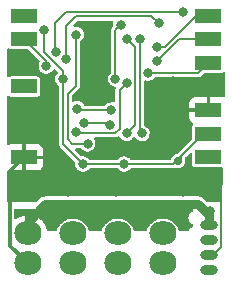
<source format=gtl>
G04 #@! TF.GenerationSoftware,KiCad,Pcbnew,(6.0.7)*
G04 #@! TF.CreationDate,2022-08-30T17:39:21-06:00*
G04 #@! TF.ProjectId,malenki-1616-3A,6d616c65-6e6b-4692-9d31-3631362d3341,rev?*
G04 #@! TF.SameCoordinates,Original*
G04 #@! TF.FileFunction,Copper,L1,Top*
G04 #@! TF.FilePolarity,Positive*
%FSLAX46Y46*%
G04 Gerber Fmt 4.6, Leading zero omitted, Abs format (unit mm)*
G04 Created by KiCad (PCBNEW (6.0.7)) date 2022-08-30 17:39:21*
%MOMM*%
%LPD*%
G01*
G04 APERTURE LIST*
G04 #@! TA.AperFunction,ComponentPad*
%ADD10O,2.300000X2.000000*%
G04 #@! TD*
G04 #@! TA.AperFunction,SMDPad,CuDef*
%ADD11R,2.200000X1.200000*%
G04 #@! TD*
G04 #@! TA.AperFunction,SMDPad,CuDef*
%ADD12O,1.500000X0.800000*%
G04 #@! TD*
G04 #@! TA.AperFunction,ViaPad*
%ADD13C,0.800000*%
G04 #@! TD*
G04 #@! TA.AperFunction,ViaPad*
%ADD14C,0.700000*%
G04 #@! TD*
G04 #@! TA.AperFunction,Conductor*
%ADD15C,0.200000*%
G04 #@! TD*
G04 #@! TA.AperFunction,Conductor*
%ADD16C,0.300000*%
G04 #@! TD*
G04 #@! TA.AperFunction,Conductor*
%ADD17C,0.800000*%
G04 #@! TD*
G04 APERTURE END LIST*
D10*
X138430000Y-81280000D03*
X138430000Y-83820000D03*
X142240000Y-81280000D03*
X142240000Y-83820000D03*
X146050000Y-81280000D03*
X146050000Y-83820000D03*
X149860000Y-81280000D03*
X149860000Y-83820000D03*
D11*
X138123000Y-62834000D03*
X138123000Y-64834000D03*
X138123000Y-68834000D03*
X138123000Y-74834000D03*
X153723000Y-74834000D03*
X153723000Y-72834000D03*
X153723000Y-70834000D03*
X153723000Y-66834000D03*
X153723000Y-64834000D03*
X153723000Y-62834000D03*
D12*
X153750000Y-80595000D03*
X153750000Y-81865000D03*
X153750000Y-83135000D03*
X153750000Y-84405000D03*
D13*
X141795500Y-77787500D03*
X151550000Y-77800000D03*
X145923000Y-77787500D03*
X149850000Y-78850000D03*
X144272000Y-66328000D03*
X145389623Y-69806611D03*
X153150000Y-76400000D03*
X138621500Y-67200000D03*
X150700000Y-68400000D03*
X153800000Y-68800000D03*
X148858595Y-71505493D03*
X142900000Y-78900000D03*
X144150000Y-78900000D03*
X153900000Y-79350000D03*
X147112500Y-78987500D03*
X148400000Y-79000000D03*
X146300000Y-63599500D03*
X145852666Y-68184239D03*
X140814858Y-65914358D03*
X151600000Y-62500000D03*
X149500000Y-63500000D03*
X141701885Y-66536576D03*
X148600000Y-67700000D03*
X139998106Y-67101894D03*
X149400000Y-66700000D03*
X149400000Y-65500000D03*
X148100000Y-72800000D03*
X147900000Y-64800000D03*
X146800000Y-72799500D03*
X146800000Y-64800000D03*
X143500000Y-73700000D03*
X142550949Y-64435863D03*
X146800980Y-68500000D03*
X142538263Y-72672494D03*
X143100000Y-75400000D03*
X141400000Y-68200000D03*
X139805319Y-64091500D03*
X146600000Y-75400000D03*
D14*
X151150000Y-75150000D03*
D13*
X145371500Y-72100000D03*
X143172500Y-71900000D03*
X145500000Y-70800000D03*
X142600000Y-70700000D03*
D15*
X154800000Y-82435000D02*
X154800000Y-78050000D01*
X154100000Y-83135000D02*
X154800000Y-82435000D01*
X154800000Y-78050000D02*
X153150000Y-76400000D01*
X153750000Y-83135000D02*
X154100000Y-83135000D01*
X151400000Y-74900000D02*
X151300000Y-74800000D01*
X151400000Y-75150000D02*
X151400000Y-74900000D01*
X151300000Y-74800000D02*
X153266000Y-72834000D01*
X150700000Y-75400000D02*
X151300000Y-74800000D01*
D16*
X138430000Y-83820000D02*
X136930480Y-82320480D01*
X136930480Y-82320480D02*
X136930480Y-76026520D01*
X136930480Y-76026520D02*
X138123000Y-74834000D01*
D17*
X138430000Y-80270000D02*
X139900000Y-78800000D01*
X138430000Y-81280000D02*
X138430000Y-80270000D01*
X144400000Y-78800000D02*
X152855000Y-78800000D01*
X143100000Y-78800000D02*
X144400000Y-78800000D01*
X139900000Y-78800000D02*
X143100000Y-78800000D01*
X152855000Y-78800000D02*
X153750000Y-79695000D01*
X153750000Y-79695000D02*
X153750000Y-80595000D01*
D15*
X146300000Y-63599500D02*
X145852666Y-64046834D01*
X145852666Y-64046834D02*
X145852666Y-68184239D01*
X140700489Y-63499511D02*
X141700000Y-62500000D01*
X141700000Y-62500000D02*
X151600000Y-62500000D01*
X140700489Y-65799989D02*
X140700489Y-63499511D01*
X140814858Y-65914358D02*
X140700489Y-65799989D01*
X149500000Y-63500000D02*
X148900000Y-62900000D01*
X141701885Y-63698115D02*
X141701885Y-66536576D01*
X142500000Y-62900000D02*
X141701885Y-63698115D01*
X148900000Y-62900000D02*
X142500000Y-62900000D01*
X148600000Y-67700000D02*
X152857000Y-67700000D01*
X152857000Y-67700000D02*
X153723000Y-66834000D01*
X139998106Y-66709106D02*
X138123000Y-64834000D01*
X139998106Y-67101894D02*
X139998106Y-66709106D01*
X151266000Y-64834000D02*
X149400000Y-66700000D01*
X153723000Y-64834000D02*
X151266000Y-64834000D01*
X152700994Y-62834000D02*
X150034994Y-65500000D01*
X150034994Y-65500000D02*
X149400000Y-65500000D01*
X153723000Y-62834000D02*
X152700994Y-62834000D01*
X147900000Y-64800000D02*
X147900000Y-72600000D01*
X147900000Y-72600000D02*
X148100000Y-72800000D01*
X147500480Y-65500480D02*
X146800000Y-64800000D01*
X146800000Y-72799500D02*
X147500480Y-72099020D01*
X147500480Y-72099020D02*
X147500480Y-65500480D01*
X142200000Y-73700000D02*
X141799520Y-73299520D01*
X141799520Y-73299520D02*
X141799520Y-69489239D01*
X142500000Y-64486812D02*
X142550949Y-64435863D01*
X141799520Y-69489239D02*
X142500000Y-68788759D01*
X143500000Y-73700000D02*
X142200000Y-73700000D01*
X142500000Y-68788759D02*
X142500000Y-64486812D01*
X146800980Y-68500000D02*
X146199511Y-69101469D01*
X146199511Y-69101469D02*
X146199511Y-72410730D01*
X146199511Y-72410730D02*
X145810241Y-72800000D01*
X142665769Y-72800000D02*
X142538263Y-72672494D01*
X145810241Y-72800000D02*
X142665769Y-72800000D01*
X146600000Y-75400000D02*
X150700000Y-75400000D01*
X141400000Y-67514544D02*
X141400000Y-68200000D01*
X143100000Y-75400000D02*
X146600000Y-75400000D01*
X141400000Y-73700000D02*
X143100000Y-75400000D01*
X141400000Y-68200000D02*
X141400000Y-73700000D01*
X139805319Y-65919863D02*
X141400000Y-67514544D01*
X139805319Y-64091500D02*
X139805319Y-65919863D01*
X153266000Y-72834000D02*
X153723000Y-72834000D01*
X145371500Y-72100000D02*
X145171500Y-71900000D01*
X145171500Y-71900000D02*
X143172500Y-71900000D01*
X142600000Y-70700000D02*
X142700000Y-70800000D01*
X142700000Y-70800000D02*
X145500000Y-70800000D01*
G04 #@! TA.AperFunction,Conductor*
G36*
X136844003Y-65615674D02*
G01*
X136914939Y-65663071D01*
X136914944Y-65663073D01*
X136925260Y-65669966D01*
X136998326Y-65684500D01*
X138425628Y-65684500D01*
X138493749Y-65704502D01*
X138514723Y-65721405D01*
X139413796Y-66620478D01*
X139447822Y-66682790D01*
X139442757Y-66753605D01*
X139427789Y-66782021D01*
X139424981Y-66786017D01*
X139424978Y-66786023D01*
X139420607Y-66792242D01*
X139363415Y-66938933D01*
X139362424Y-66946462D01*
X139344077Y-67085820D01*
X139342864Y-67095032D01*
X139360141Y-67251527D01*
X139414249Y-67399384D01*
X139418486Y-67405690D01*
X139418488Y-67405693D01*
X139430618Y-67423744D01*
X139502064Y-67530066D01*
X139544575Y-67568748D01*
X139599071Y-67618335D01*
X139618516Y-67636029D01*
X139643306Y-67649489D01*
X139750205Y-67707531D01*
X139750207Y-67707532D01*
X139756882Y-67711156D01*
X139764231Y-67713084D01*
X139901825Y-67749181D01*
X139901827Y-67749181D01*
X139909175Y-67751109D01*
X139992486Y-67752418D01*
X140059004Y-67753463D01*
X140059007Y-67753463D01*
X140066601Y-67753582D01*
X140220074Y-67718432D01*
X140360731Y-67647689D01*
X140413554Y-67602574D01*
X140474680Y-67550368D01*
X140474682Y-67550365D01*
X140480454Y-67545436D01*
X140498053Y-67520944D01*
X140567899Y-67423744D01*
X140567900Y-67423741D01*
X140572330Y-67417577D01*
X140574621Y-67411879D01*
X140624523Y-67362256D01*
X140693939Y-67347360D01*
X140760389Y-67372357D01*
X140773692Y-67383918D01*
X140944916Y-67555142D01*
X140978942Y-67617454D01*
X140973877Y-67688269D01*
X140938652Y-67739185D01*
X140913034Y-67761533D01*
X140908667Y-67767747D01*
X140826929Y-67884048D01*
X140822501Y-67890348D01*
X140765309Y-68037039D01*
X140763463Y-68051063D01*
X140753605Y-68125942D01*
X140744758Y-68193138D01*
X140762035Y-68349633D01*
X140816143Y-68497490D01*
X140903958Y-68628172D01*
X140909573Y-68633281D01*
X140909578Y-68633287D01*
X141008300Y-68723117D01*
X141045222Y-68783757D01*
X141049500Y-68816310D01*
X141049500Y-73649176D01*
X141047467Y-73668275D01*
X141047240Y-73673083D01*
X141045049Y-73683261D01*
X141046273Y-73693600D01*
X141048627Y-73713491D01*
X141048937Y-73718746D01*
X141049072Y-73718735D01*
X141049500Y-73723914D01*
X141049500Y-73729115D01*
X141050354Y-73734243D01*
X141050354Y-73734249D01*
X141052389Y-73746473D01*
X141053226Y-73752349D01*
X141055906Y-73774988D01*
X141058764Y-73799138D01*
X141062423Y-73806758D01*
X141063812Y-73815103D01*
X141068757Y-73824267D01*
X141086192Y-73856580D01*
X141088884Y-73861865D01*
X141109274Y-73904326D01*
X141112592Y-73908274D01*
X141114525Y-73910207D01*
X141115990Y-73911804D01*
X141116254Y-73912294D01*
X141116234Y-73912313D01*
X141116313Y-73912402D01*
X141119222Y-73917794D01*
X141126870Y-73924864D01*
X141126871Y-73924865D01*
X141155636Y-73951455D01*
X141159202Y-73954884D01*
X142418585Y-75214267D01*
X142452611Y-75276579D01*
X142454412Y-75319807D01*
X142444758Y-75393138D01*
X142462035Y-75549633D01*
X142516143Y-75697490D01*
X142520380Y-75703796D01*
X142520382Y-75703799D01*
X142557695Y-75759326D01*
X142603958Y-75828172D01*
X142720410Y-75934135D01*
X142741885Y-75945795D01*
X142852099Y-76005637D01*
X142852101Y-76005638D01*
X142858776Y-76009262D01*
X142866125Y-76011190D01*
X143003719Y-76047287D01*
X143003721Y-76047287D01*
X143011069Y-76049215D01*
X143094380Y-76050524D01*
X143160898Y-76051569D01*
X143160901Y-76051569D01*
X143168495Y-76051688D01*
X143321968Y-76016538D01*
X143462625Y-75945795D01*
X143488869Y-75923381D01*
X143576574Y-75848474D01*
X143576576Y-75848471D01*
X143582348Y-75843542D01*
X143611499Y-75802974D01*
X143667494Y-75759326D01*
X143713822Y-75750500D01*
X145984628Y-75750500D01*
X146052749Y-75770502D01*
X146089208Y-75806222D01*
X146103958Y-75828172D01*
X146220410Y-75934135D01*
X146241885Y-75945795D01*
X146352099Y-76005637D01*
X146352101Y-76005638D01*
X146358776Y-76009262D01*
X146366125Y-76011190D01*
X146503719Y-76047287D01*
X146503721Y-76047287D01*
X146511069Y-76049215D01*
X146594380Y-76050524D01*
X146660898Y-76051569D01*
X146660901Y-76051569D01*
X146668495Y-76051688D01*
X146821968Y-76016538D01*
X146962625Y-75945795D01*
X146988869Y-75923381D01*
X147076574Y-75848474D01*
X147076576Y-75848471D01*
X147082348Y-75843542D01*
X147111499Y-75802974D01*
X147167494Y-75759326D01*
X147213822Y-75750500D01*
X150649176Y-75750500D01*
X150668275Y-75752533D01*
X150673083Y-75752760D01*
X150683261Y-75754951D01*
X150713491Y-75751373D01*
X150718746Y-75751063D01*
X150718735Y-75750928D01*
X150723914Y-75750500D01*
X150729115Y-75750500D01*
X150734243Y-75749646D01*
X150734249Y-75749646D01*
X150746473Y-75747611D01*
X150752349Y-75746774D01*
X150788799Y-75742460D01*
X150788801Y-75742460D01*
X150799138Y-75741236D01*
X150806758Y-75737577D01*
X150815103Y-75736188D01*
X150840951Y-75722241D01*
X150910399Y-75707496D01*
X150949002Y-75716721D01*
X150985605Y-75731883D01*
X150985610Y-75731884D01*
X150993238Y-75735044D01*
X151001426Y-75736122D01*
X151031642Y-75740100D01*
X151150000Y-75755682D01*
X151158188Y-75754604D01*
X151298574Y-75736122D01*
X151306762Y-75735044D01*
X151452841Y-75674536D01*
X151578282Y-75578282D01*
X151674536Y-75452841D01*
X151735044Y-75306762D01*
X151744768Y-75232897D01*
X151746511Y-75222833D01*
X151747428Y-75218576D01*
X151750055Y-75211094D01*
X151750500Y-75205956D01*
X151750500Y-75197619D01*
X151751578Y-75181173D01*
X151754604Y-75158188D01*
X151755682Y-75150000D01*
X151751578Y-75118827D01*
X151750500Y-75102381D01*
X151750500Y-74950824D01*
X151752533Y-74931725D01*
X151752760Y-74926917D01*
X151754951Y-74916739D01*
X151753727Y-74906400D01*
X151754218Y-74895994D01*
X151756356Y-74896095D01*
X151765947Y-74839466D01*
X151790122Y-74805560D01*
X152157405Y-74438277D01*
X152219717Y-74404251D01*
X152290532Y-74409316D01*
X152347368Y-74451863D01*
X152372179Y-74518383D01*
X152372500Y-74527372D01*
X152372500Y-75458674D01*
X152387034Y-75531740D01*
X152393928Y-75542057D01*
X152393928Y-75542058D01*
X152400308Y-75551606D01*
X152442399Y-75614601D01*
X152525260Y-75669966D01*
X152598326Y-75684500D01*
X154847674Y-75684500D01*
X154847674Y-75684671D01*
X154914715Y-75697383D01*
X154966245Y-75746222D01*
X154983260Y-75813295D01*
X154976221Y-76049992D01*
X154907030Y-78376632D01*
X154903636Y-78490745D01*
X154881618Y-78558241D01*
X154826604Y-78603119D01*
X154777692Y-78613000D01*
X153640136Y-78613000D01*
X153572015Y-78592998D01*
X153551041Y-78576095D01*
X153372248Y-78397302D01*
X153364407Y-78388685D01*
X153360202Y-78382060D01*
X153309183Y-78334150D01*
X153306342Y-78331396D01*
X153286035Y-78311089D01*
X153282904Y-78308660D01*
X153282898Y-78308655D01*
X153282623Y-78308442D01*
X153273610Y-78300745D01*
X153240393Y-78269552D01*
X153231071Y-78264427D01*
X153221934Y-78259404D01*
X153205410Y-78248550D01*
X153195027Y-78240496D01*
X153195026Y-78240495D01*
X153188764Y-78235638D01*
X153146952Y-78217545D01*
X153136307Y-78212330D01*
X153096368Y-78190373D01*
X153088689Y-78188402D01*
X153088688Y-78188401D01*
X153075959Y-78185133D01*
X153057250Y-78178727D01*
X153045200Y-78173512D01*
X153045195Y-78173510D01*
X153037926Y-78170365D01*
X152992930Y-78163238D01*
X152981310Y-78160831D01*
X152944860Y-78151472D01*
X152944855Y-78151471D01*
X152937177Y-78149500D01*
X152916116Y-78149500D01*
X152896404Y-78147949D01*
X152891928Y-78147240D01*
X152875595Y-78144653D01*
X152867704Y-78145399D01*
X152830235Y-78148941D01*
X152818377Y-78149500D01*
X139981000Y-78149500D01*
X139969360Y-78148951D01*
X139961704Y-78147240D01*
X139953781Y-78147489D01*
X139891770Y-78149438D01*
X139887812Y-78149500D01*
X139859075Y-78149500D01*
X139854804Y-78150039D01*
X139842976Y-78150971D01*
X139797431Y-78152403D01*
X139789817Y-78154615D01*
X139789812Y-78154616D01*
X139777208Y-78158278D01*
X139757844Y-78162289D01*
X139736942Y-78164929D01*
X139729571Y-78167848D01*
X139729569Y-78167848D01*
X139715264Y-78173512D01*
X139702094Y-78178727D01*
X139694580Y-78181702D01*
X139683369Y-78185541D01*
X139639602Y-78198256D01*
X139621467Y-78208981D01*
X139603719Y-78217676D01*
X139584129Y-78225432D01*
X139547262Y-78252218D01*
X139537354Y-78258725D01*
X139504958Y-78277883D01*
X139504953Y-78277887D01*
X139498135Y-78281919D01*
X139483242Y-78296812D01*
X139468208Y-78309653D01*
X139451163Y-78322037D01*
X139446110Y-78328145D01*
X139422121Y-78357143D01*
X139414131Y-78365923D01*
X139203959Y-78576095D01*
X139141647Y-78610121D01*
X139114864Y-78613000D01*
X136772417Y-78613000D01*
X136704296Y-78592998D01*
X136657803Y-78539342D01*
X136646417Y-78486984D01*
X136646723Y-76017289D01*
X136666733Y-75949171D01*
X136720395Y-75902685D01*
X136790670Y-75892590D01*
X136816953Y-75899323D01*
X136905394Y-75932478D01*
X136920649Y-75936105D01*
X136971514Y-75941631D01*
X136978328Y-75942000D01*
X137954885Y-75942000D01*
X137970124Y-75937525D01*
X137971329Y-75936135D01*
X137973000Y-75928452D01*
X137973000Y-75923884D01*
X138273000Y-75923884D01*
X138277475Y-75939123D01*
X138278865Y-75940328D01*
X138286548Y-75941999D01*
X139267669Y-75941999D01*
X139274490Y-75941629D01*
X139325352Y-75936105D01*
X139340604Y-75932479D01*
X139461054Y-75887324D01*
X139476649Y-75878786D01*
X139578724Y-75802285D01*
X139591285Y-75789724D01*
X139667786Y-75687649D01*
X139676324Y-75672054D01*
X139721478Y-75551606D01*
X139725105Y-75536351D01*
X139730631Y-75485486D01*
X139731000Y-75478672D01*
X139731000Y-75002115D01*
X139726525Y-74986876D01*
X139725135Y-74985671D01*
X139717452Y-74984000D01*
X138291115Y-74984000D01*
X138275876Y-74988475D01*
X138274671Y-74989865D01*
X138273000Y-74997548D01*
X138273000Y-75923884D01*
X137973000Y-75923884D01*
X137973000Y-74665885D01*
X138273000Y-74665885D01*
X138277475Y-74681124D01*
X138278865Y-74682329D01*
X138286548Y-74684000D01*
X139712884Y-74684000D01*
X139728123Y-74679525D01*
X139729328Y-74678135D01*
X139730999Y-74670452D01*
X139730999Y-74189331D01*
X139730629Y-74182510D01*
X139725105Y-74131648D01*
X139721479Y-74116396D01*
X139676324Y-73995946D01*
X139667786Y-73980351D01*
X139591285Y-73878276D01*
X139578724Y-73865715D01*
X139476649Y-73789214D01*
X139461054Y-73780676D01*
X139340606Y-73735522D01*
X139325351Y-73731895D01*
X139274486Y-73726369D01*
X139267672Y-73726000D01*
X138291115Y-73726000D01*
X138275876Y-73730475D01*
X138274671Y-73731865D01*
X138273000Y-73739548D01*
X138273000Y-74665885D01*
X137973000Y-74665885D01*
X137973000Y-73744116D01*
X137968525Y-73728877D01*
X137967135Y-73727672D01*
X137959452Y-73726001D01*
X136978331Y-73726001D01*
X136971510Y-73726371D01*
X136920648Y-73731895D01*
X136905397Y-73735521D01*
X136817248Y-73768567D01*
X136746441Y-73773750D01*
X136684072Y-73739830D01*
X136649943Y-73677575D01*
X136647018Y-73650569D01*
X136647506Y-69720091D01*
X136667517Y-69651973D01*
X136721178Y-69605487D01*
X136791453Y-69595392D01*
X136843506Y-69615341D01*
X136925260Y-69669966D01*
X136998326Y-69684500D01*
X139247674Y-69684500D01*
X139320740Y-69669966D01*
X139403601Y-69614601D01*
X139458966Y-69531740D01*
X139473500Y-69458674D01*
X139473500Y-68209326D01*
X139458966Y-68136260D01*
X139403601Y-68053399D01*
X139342244Y-68012402D01*
X139331058Y-68004928D01*
X139331057Y-68004928D01*
X139320740Y-67998034D01*
X139247674Y-67983500D01*
X136998326Y-67983500D01*
X136925260Y-67998034D01*
X136914944Y-68004927D01*
X136914939Y-68004929D01*
X136843726Y-68052511D01*
X136775973Y-68073725D01*
X136707507Y-68054941D01*
X136660064Y-68002123D01*
X136647726Y-67947729D01*
X136647727Y-67945094D01*
X136648003Y-65720424D01*
X136668014Y-65652306D01*
X136721675Y-65605820D01*
X136791950Y-65595725D01*
X136844003Y-65615674D01*
G37*
G04 #@! TD.AperFunction*
G04 #@! TA.AperFunction,Conductor*
G36*
X155089720Y-67645648D02*
G01*
X155137162Y-67698466D01*
X155149500Y-67752844D01*
X155149500Y-69632034D01*
X155129498Y-69700155D01*
X155075842Y-69746648D01*
X155005568Y-69756752D01*
X154979271Y-69750016D01*
X154940609Y-69735522D01*
X154925351Y-69731895D01*
X154874486Y-69726369D01*
X154867672Y-69726000D01*
X153891115Y-69726000D01*
X153875876Y-69730475D01*
X153874671Y-69731865D01*
X153873000Y-69739548D01*
X153873000Y-70858000D01*
X153852998Y-70926121D01*
X153799342Y-70972614D01*
X153747000Y-70984000D01*
X152133116Y-70984000D01*
X152117877Y-70988475D01*
X152116672Y-70989865D01*
X152115001Y-70997548D01*
X152115001Y-71478669D01*
X152115371Y-71485490D01*
X152120895Y-71536352D01*
X152124521Y-71551604D01*
X152169676Y-71672054D01*
X152178214Y-71687649D01*
X152254715Y-71789724D01*
X152267276Y-71802285D01*
X152369357Y-71878790D01*
X152387541Y-71888746D01*
X152437687Y-71939005D01*
X152452700Y-72008396D01*
X152431797Y-72069266D01*
X152405700Y-72108324D01*
X152387034Y-72136260D01*
X152372500Y-72209326D01*
X152372500Y-73179628D01*
X152352498Y-73247749D01*
X152335595Y-73268723D01*
X151076599Y-74527719D01*
X151014287Y-74561745D01*
X151003947Y-74563546D01*
X151002722Y-74563707D01*
X150993238Y-74564956D01*
X150847159Y-74625464D01*
X150721718Y-74721718D01*
X150625464Y-74847159D01*
X150580158Y-74956537D01*
X150573870Y-74971718D01*
X150529322Y-75026999D01*
X150457461Y-75049500D01*
X147214760Y-75049500D01*
X147146639Y-75029498D01*
X147110920Y-74994867D01*
X147095836Y-74972920D01*
X147095834Y-74972917D01*
X147091531Y-74966657D01*
X147044971Y-74925174D01*
X146979648Y-74866972D01*
X146979645Y-74866970D01*
X146973976Y-74861919D01*
X146949152Y-74848775D01*
X146841543Y-74791799D01*
X146841544Y-74791799D01*
X146834831Y-74788245D01*
X146740461Y-74764541D01*
X146689498Y-74751740D01*
X146689496Y-74751740D01*
X146682128Y-74749889D01*
X146674530Y-74749849D01*
X146674528Y-74749849D01*
X146607319Y-74749497D01*
X146524684Y-74749065D01*
X146517305Y-74750837D01*
X146517301Y-74750837D01*
X146378967Y-74784048D01*
X146378963Y-74784049D01*
X146371588Y-74785820D01*
X146364843Y-74789301D01*
X146364844Y-74789301D01*
X146265438Y-74840608D01*
X146231679Y-74858032D01*
X146225957Y-74863024D01*
X146225955Y-74863025D01*
X146164382Y-74916739D01*
X146113034Y-74961533D01*
X146108664Y-74967750D01*
X146108662Y-74967753D01*
X146088844Y-74995951D01*
X146033310Y-75040183D01*
X145985758Y-75049500D01*
X143714760Y-75049500D01*
X143646639Y-75029498D01*
X143610920Y-74994867D01*
X143595836Y-74972920D01*
X143595834Y-74972917D01*
X143591531Y-74966657D01*
X143544971Y-74925174D01*
X143479648Y-74866972D01*
X143479645Y-74866970D01*
X143473976Y-74861919D01*
X143449152Y-74848775D01*
X143341543Y-74791799D01*
X143341544Y-74791799D01*
X143334831Y-74788245D01*
X143240461Y-74764541D01*
X143189498Y-74751740D01*
X143189496Y-74751740D01*
X143182128Y-74749889D01*
X143174530Y-74749849D01*
X143174528Y-74749849D01*
X143102568Y-74749473D01*
X143024684Y-74749065D01*
X143017291Y-74750840D01*
X143014369Y-74751178D01*
X142944401Y-74739139D01*
X142910790Y-74715108D01*
X142461277Y-74265595D01*
X142427251Y-74203283D01*
X142432316Y-74132468D01*
X142474863Y-74075632D01*
X142541383Y-74050821D01*
X142550372Y-74050500D01*
X142884628Y-74050500D01*
X142952749Y-74070502D01*
X142989208Y-74106222D01*
X143003958Y-74128172D01*
X143120410Y-74234135D01*
X143127085Y-74237759D01*
X143252099Y-74305637D01*
X143252101Y-74305638D01*
X143258776Y-74309262D01*
X143266125Y-74311190D01*
X143403719Y-74347287D01*
X143403721Y-74347287D01*
X143411069Y-74349215D01*
X143494380Y-74350524D01*
X143560898Y-74351569D01*
X143560901Y-74351569D01*
X143568495Y-74351688D01*
X143721968Y-74316538D01*
X143862625Y-74245795D01*
X143928736Y-74189331D01*
X143976574Y-74148474D01*
X143976576Y-74148471D01*
X143982348Y-74143542D01*
X144074224Y-74015683D01*
X144132950Y-73869598D01*
X144140706Y-73815103D01*
X144154553Y-73717807D01*
X144154553Y-73717804D01*
X144155134Y-73713723D01*
X144155278Y-73700000D01*
X144136363Y-73543694D01*
X144100767Y-73449492D01*
X144083394Y-73403514D01*
X144083393Y-73403511D01*
X144080710Y-73396412D01*
X144076412Y-73390158D01*
X144076408Y-73390151D01*
X144047347Y-73347868D01*
X144025246Y-73280399D01*
X144043131Y-73211692D01*
X144095322Y-73163561D01*
X144151186Y-73150500D01*
X145759417Y-73150500D01*
X145778516Y-73152533D01*
X145783324Y-73152760D01*
X145793502Y-73154951D01*
X145823732Y-73151373D01*
X145828987Y-73151063D01*
X145828976Y-73150928D01*
X145834155Y-73150500D01*
X145839356Y-73150500D01*
X145844484Y-73149646D01*
X145844490Y-73149646D01*
X145856714Y-73147611D01*
X145862590Y-73146774D01*
X145899040Y-73142460D01*
X145899042Y-73142460D01*
X145909379Y-73141236D01*
X145916999Y-73137577D01*
X145925344Y-73136188D01*
X145966825Y-73113806D01*
X145972111Y-73111113D01*
X146014567Y-73090726D01*
X146018515Y-73087408D01*
X146020448Y-73085475D01*
X146022045Y-73084010D01*
X146022535Y-73083746D01*
X146022554Y-73083766D01*
X146022643Y-73083687D01*
X146028035Y-73080778D01*
X146035108Y-73073126D01*
X146036993Y-73071664D01*
X146103079Y-73045717D01*
X146172701Y-73059616D01*
X146218802Y-73100947D01*
X146303958Y-73227672D01*
X146420410Y-73333635D01*
X146432796Y-73340360D01*
X146552099Y-73405137D01*
X146552101Y-73405138D01*
X146558776Y-73408762D01*
X146566125Y-73410690D01*
X146703719Y-73446787D01*
X146703721Y-73446787D01*
X146711069Y-73448715D01*
X146794380Y-73450024D01*
X146860898Y-73451069D01*
X146860901Y-73451069D01*
X146868495Y-73451188D01*
X147021968Y-73416038D01*
X147162625Y-73345295D01*
X147238609Y-73280399D01*
X147276574Y-73247974D01*
X147276576Y-73247971D01*
X147282348Y-73243042D01*
X147286782Y-73236872D01*
X147347916Y-73151796D01*
X147403910Y-73108148D01*
X147474614Y-73101702D01*
X147537578Y-73134505D01*
X147554819Y-73155046D01*
X147603958Y-73228172D01*
X147720410Y-73334135D01*
X147727085Y-73337759D01*
X147852099Y-73405637D01*
X147852101Y-73405638D01*
X147858776Y-73409262D01*
X147866125Y-73411190D01*
X148003719Y-73447287D01*
X148003721Y-73447287D01*
X148011069Y-73449215D01*
X148094380Y-73450524D01*
X148160898Y-73451569D01*
X148160901Y-73451569D01*
X148168495Y-73451688D01*
X148321968Y-73416538D01*
X148462625Y-73345795D01*
X148555284Y-73266657D01*
X148576574Y-73248474D01*
X148576576Y-73248471D01*
X148582348Y-73243542D01*
X148674224Y-73115683D01*
X148732950Y-72969598D01*
X148755134Y-72813723D01*
X148755278Y-72800000D01*
X148736363Y-72643694D01*
X148680710Y-72496412D01*
X148591531Y-72366657D01*
X148544971Y-72325174D01*
X148479648Y-72266972D01*
X148479645Y-72266970D01*
X148473976Y-72261919D01*
X148467262Y-72258364D01*
X148341546Y-72191800D01*
X148341543Y-72191799D01*
X148334831Y-72188245D01*
X148330340Y-72187117D01*
X148274918Y-72144799D01*
X148250741Y-72078046D01*
X148250500Y-72070254D01*
X148250500Y-70665885D01*
X152115000Y-70665885D01*
X152119475Y-70681124D01*
X152120865Y-70682329D01*
X152128548Y-70684000D01*
X153554885Y-70684000D01*
X153570124Y-70679525D01*
X153571329Y-70678135D01*
X153573000Y-70670452D01*
X153573000Y-69744116D01*
X153568525Y-69728877D01*
X153567135Y-69727672D01*
X153559452Y-69726001D01*
X152578331Y-69726001D01*
X152571510Y-69726371D01*
X152520648Y-69731895D01*
X152505396Y-69735521D01*
X152384946Y-69780676D01*
X152369351Y-69789214D01*
X152267276Y-69865715D01*
X152254715Y-69878276D01*
X152178214Y-69980351D01*
X152169676Y-69995946D01*
X152124522Y-70116394D01*
X152120895Y-70131649D01*
X152115369Y-70182514D01*
X152115000Y-70189328D01*
X152115000Y-70665885D01*
X148250500Y-70665885D01*
X148250500Y-68444176D01*
X148270502Y-68376055D01*
X148324158Y-68329562D01*
X148394432Y-68319458D01*
X148408473Y-68322300D01*
X148503719Y-68347287D01*
X148503721Y-68347287D01*
X148511069Y-68349215D01*
X148594380Y-68350524D01*
X148660898Y-68351569D01*
X148660901Y-68351569D01*
X148668495Y-68351688D01*
X148821968Y-68316538D01*
X148962625Y-68245795D01*
X149016244Y-68200000D01*
X149076574Y-68148474D01*
X149076576Y-68148471D01*
X149082348Y-68143542D01*
X149111499Y-68102974D01*
X149167494Y-68059326D01*
X149213822Y-68050500D01*
X152806176Y-68050500D01*
X152825275Y-68052533D01*
X152830083Y-68052760D01*
X152840261Y-68054951D01*
X152870491Y-68051373D01*
X152875746Y-68051063D01*
X152875735Y-68050928D01*
X152880914Y-68050500D01*
X152886115Y-68050500D01*
X152891243Y-68049646D01*
X152891249Y-68049646D01*
X152903473Y-68047611D01*
X152909349Y-68046774D01*
X152945799Y-68042460D01*
X152945801Y-68042460D01*
X152956138Y-68041236D01*
X152963758Y-68037577D01*
X152972103Y-68036188D01*
X153013584Y-68013806D01*
X153018870Y-68011113D01*
X153031748Y-68004929D01*
X153061326Y-67990726D01*
X153065274Y-67987408D01*
X153067207Y-67985475D01*
X153068804Y-67984010D01*
X153069294Y-67983746D01*
X153069313Y-67983766D01*
X153069402Y-67983687D01*
X153074794Y-67980778D01*
X153104452Y-67948695D01*
X153108456Y-67944363D01*
X153111885Y-67940797D01*
X153331277Y-67721405D01*
X153393589Y-67687379D01*
X153420372Y-67684500D01*
X154847674Y-67684500D01*
X154920740Y-67669966D01*
X154931056Y-67663073D01*
X154931061Y-67663071D01*
X154953500Y-67648078D01*
X155021253Y-67626864D01*
X155089720Y-67645648D01*
G37*
G04 #@! TD.AperFunction*
G04 #@! TA.AperFunction,Conductor*
G36*
X145621601Y-63270502D02*
G01*
X145668094Y-63324158D01*
X145678198Y-63394432D01*
X145670873Y-63422267D01*
X145665309Y-63436539D01*
X145664318Y-63444068D01*
X145645857Y-63584294D01*
X145644758Y-63592638D01*
X145648746Y-63628762D01*
X145654291Y-63678993D01*
X145641885Y-63748898D01*
X145617130Y-63781674D01*
X145613514Y-63784009D01*
X145607067Y-63792187D01*
X145594664Y-63807920D01*
X145591167Y-63811855D01*
X145591271Y-63811943D01*
X145587916Y-63815902D01*
X145584238Y-63819580D01*
X145581219Y-63823805D01*
X145581212Y-63823813D01*
X145573994Y-63833914D01*
X145570430Y-63838661D01*
X145541274Y-63875645D01*
X145538473Y-63883621D01*
X145533555Y-63890503D01*
X145520047Y-63935670D01*
X145518225Y-63941276D01*
X145505238Y-63978257D01*
X145505237Y-63978263D01*
X145502611Y-63985740D01*
X145502166Y-63990878D01*
X145502166Y-63993597D01*
X145502071Y-63995779D01*
X145501911Y-63996314D01*
X145501884Y-63996313D01*
X145501877Y-63996431D01*
X145500122Y-64002298D01*
X145501172Y-64029025D01*
X145502069Y-64051853D01*
X145502166Y-64056800D01*
X145502166Y-67569436D01*
X145482164Y-67637557D01*
X145458998Y-67664383D01*
X145365700Y-67745772D01*
X145351022Y-67766657D01*
X145284762Y-67860935D01*
X145275167Y-67874587D01*
X145217975Y-68021278D01*
X145214054Y-68051063D01*
X145201235Y-68148431D01*
X145197424Y-68177377D01*
X145214701Y-68333872D01*
X145268809Y-68481729D01*
X145273046Y-68488035D01*
X145273048Y-68488038D01*
X145279400Y-68497490D01*
X145356624Y-68612411D01*
X145473076Y-68718374D01*
X145502104Y-68734135D01*
X145604765Y-68789876D01*
X145604767Y-68789877D01*
X145611442Y-68793501D01*
X145763735Y-68833454D01*
X145764778Y-68833470D01*
X145827005Y-68861384D01*
X145865789Y-68920851D01*
X145866266Y-68991846D01*
X145864017Y-68998908D01*
X145852083Y-69032894D01*
X145849456Y-69040375D01*
X145849011Y-69045513D01*
X145849011Y-69048232D01*
X145848916Y-69050414D01*
X145848756Y-69050949D01*
X145848729Y-69050948D01*
X145848722Y-69051066D01*
X145846967Y-69056933D01*
X145847376Y-69067341D01*
X145848914Y-69106488D01*
X145849011Y-69111435D01*
X145849011Y-70055362D01*
X145829009Y-70123483D01*
X145775353Y-70169976D01*
X145705079Y-70180080D01*
X145692316Y-70177566D01*
X145589498Y-70151740D01*
X145589496Y-70151740D01*
X145582128Y-70149889D01*
X145574530Y-70149849D01*
X145574528Y-70149849D01*
X145507319Y-70149497D01*
X145424684Y-70149065D01*
X145417305Y-70150837D01*
X145417301Y-70150837D01*
X145278967Y-70184048D01*
X145278963Y-70184049D01*
X145271588Y-70185820D01*
X145188037Y-70228944D01*
X145149758Y-70248701D01*
X145131679Y-70258032D01*
X145013034Y-70361533D01*
X145008664Y-70367750D01*
X145008662Y-70367753D01*
X144988844Y-70395951D01*
X144933310Y-70440183D01*
X144885758Y-70449500D01*
X143283489Y-70449500D01*
X143215368Y-70429498D01*
X143179649Y-70394868D01*
X143095833Y-70272917D01*
X143091531Y-70266657D01*
X142998813Y-70184048D01*
X142979648Y-70166972D01*
X142979645Y-70166970D01*
X142973976Y-70161919D01*
X142951256Y-70149889D01*
X142916806Y-70131649D01*
X142834831Y-70088245D01*
X142818122Y-70084048D01*
X142689498Y-70051740D01*
X142689496Y-70051740D01*
X142682128Y-70049889D01*
X142674530Y-70049849D01*
X142674528Y-70049849D01*
X142607319Y-70049497D01*
X142524684Y-70049065D01*
X142517305Y-70050837D01*
X142517301Y-70050837D01*
X142378967Y-70084048D01*
X142378963Y-70084049D01*
X142371588Y-70085820D01*
X142364844Y-70089301D01*
X142364841Y-70089302D01*
X142333811Y-70105318D01*
X142264103Y-70118788D01*
X142198180Y-70092433D01*
X142156970Y-70034621D01*
X142150020Y-69993353D01*
X142150020Y-69686611D01*
X142170022Y-69618490D01*
X142186925Y-69597516D01*
X142711899Y-69072542D01*
X142726853Y-69060464D01*
X142730405Y-69057232D01*
X142739152Y-69051584D01*
X142758002Y-69027673D01*
X142761499Y-69023738D01*
X142761395Y-69023650D01*
X142764750Y-69019691D01*
X142768428Y-69016013D01*
X142771447Y-69011788D01*
X142771454Y-69011780D01*
X142778672Y-69001679D01*
X142782236Y-68996932D01*
X142804946Y-68968124D01*
X142811392Y-68959948D01*
X142814193Y-68951972D01*
X142819111Y-68945090D01*
X142832605Y-68899968D01*
X142834439Y-68894322D01*
X142847429Y-68857332D01*
X142847430Y-68857329D01*
X142850055Y-68849853D01*
X142850500Y-68844715D01*
X142850500Y-68842010D01*
X142850595Y-68839811D01*
X142850754Y-68839279D01*
X142850781Y-68839280D01*
X142850788Y-68839164D01*
X142852543Y-68833296D01*
X142850597Y-68783755D01*
X142850500Y-68778809D01*
X142850500Y-65090029D01*
X142870502Y-65021908D01*
X142906772Y-64985081D01*
X142906784Y-64985073D01*
X142913574Y-64981658D01*
X142966437Y-64936509D01*
X143027523Y-64884337D01*
X143027525Y-64884334D01*
X143033297Y-64879405D01*
X143125173Y-64751546D01*
X143183899Y-64605461D01*
X143200309Y-64490157D01*
X143205502Y-64453670D01*
X143205502Y-64453667D01*
X143206083Y-64449586D01*
X143206227Y-64435863D01*
X143187312Y-64279557D01*
X143151892Y-64185820D01*
X143134343Y-64139377D01*
X143134342Y-64139374D01*
X143131659Y-64132275D01*
X143042480Y-64002520D01*
X142981820Y-63948474D01*
X142930597Y-63902835D01*
X142930594Y-63902833D01*
X142924925Y-63897782D01*
X142911178Y-63890503D01*
X142822021Y-63843297D01*
X142785780Y-63824108D01*
X142778415Y-63822258D01*
X142640447Y-63787603D01*
X142640445Y-63787603D01*
X142633077Y-63785752D01*
X142625479Y-63785712D01*
X142625477Y-63785712D01*
X142558268Y-63785360D01*
X142475633Y-63784928D01*
X142468254Y-63786700D01*
X142468250Y-63786700D01*
X142429897Y-63795908D01*
X142358989Y-63792360D01*
X142301255Y-63751041D01*
X142275025Y-63685067D01*
X142288628Y-63615386D01*
X142311388Y-63584294D01*
X142608277Y-63287405D01*
X142670589Y-63253379D01*
X142697372Y-63250500D01*
X145553480Y-63250500D01*
X145621601Y-63270502D01*
G37*
G04 #@! TD.AperFunction*
G04 #@! TA.AperFunction,Conductor*
G36*
X152447397Y-79135417D02*
G01*
X152461862Y-79171782D01*
X152459984Y-79230014D01*
X152455143Y-79380078D01*
X152439681Y-79414245D01*
X152424921Y-79423768D01*
X152312332Y-79470404D01*
X152195246Y-79560246D01*
X152105404Y-79677331D01*
X152104175Y-79680298D01*
X152050154Y-79810714D01*
X152050153Y-79810718D01*
X152048926Y-79813680D01*
X152029663Y-79960000D01*
X152048926Y-80106320D01*
X152050154Y-80109284D01*
X152050154Y-80109285D01*
X152062984Y-80140258D01*
X152105404Y-80242668D01*
X152107357Y-80245213D01*
X152107358Y-80245215D01*
X152158529Y-80311903D01*
X152195246Y-80359754D01*
X152312332Y-80449596D01*
X152315299Y-80450825D01*
X152387898Y-80480897D01*
X152414416Y-80507416D01*
X152418121Y-80527747D01*
X152413620Y-80667278D01*
X152398158Y-80701445D01*
X152383396Y-80710968D01*
X152312332Y-80740404D01*
X152309787Y-80742357D01*
X152309785Y-80742358D01*
X152207589Y-80820775D01*
X152195246Y-80830246D01*
X152105404Y-80947331D01*
X152104175Y-80950298D01*
X152059044Y-81059252D01*
X152032525Y-81085770D01*
X152013774Y-81089500D01*
X151249788Y-81089500D01*
X151215140Y-81075148D01*
X151201143Y-81046387D01*
X151199096Y-81029475D01*
X151198834Y-81027306D01*
X151174231Y-80947331D01*
X151135939Y-80822861D01*
X151135938Y-80822858D01*
X151135297Y-80820775D01*
X151036190Y-80628760D01*
X150904647Y-80457330D01*
X150903034Y-80455862D01*
X150903031Y-80455859D01*
X150794617Y-80357210D01*
X150744826Y-80311903D01*
X150638516Y-80245215D01*
X150563627Y-80198237D01*
X150563623Y-80198235D01*
X150561777Y-80197077D01*
X150421867Y-80140834D01*
X150363310Y-80117294D01*
X150363308Y-80117293D01*
X150361287Y-80116481D01*
X150359157Y-80116040D01*
X150359154Y-80116039D01*
X150194331Y-80081906D01*
X150149694Y-80072662D01*
X150147906Y-80072559D01*
X150147899Y-80072558D01*
X150119094Y-80070898D01*
X150094857Y-80069500D01*
X149655176Y-80069500D01*
X149644106Y-80070488D01*
X149496943Y-80083622D01*
X149496940Y-80083622D01*
X149494772Y-80083816D01*
X149286348Y-80140834D01*
X149284381Y-80141772D01*
X149284379Y-80141773D01*
X149170139Y-80196263D01*
X149091315Y-80233860D01*
X149079056Y-80242669D01*
X148919656Y-80357210D01*
X148915837Y-80359954D01*
X148832643Y-80445803D01*
X148766981Y-80513560D01*
X148766978Y-80513563D01*
X148765462Y-80515128D01*
X148764246Y-80516937D01*
X148764244Y-80516940D01*
X148752446Y-80534498D01*
X148644943Y-80694480D01*
X148558089Y-80892339D01*
X148519772Y-81051941D01*
X148497730Y-81082279D01*
X148472127Y-81089500D01*
X147439788Y-81089500D01*
X147405140Y-81075148D01*
X147391143Y-81046387D01*
X147389096Y-81029475D01*
X147388834Y-81027306D01*
X147364231Y-80947331D01*
X147325939Y-80822861D01*
X147325938Y-80822858D01*
X147325297Y-80820775D01*
X147226190Y-80628760D01*
X147094647Y-80457330D01*
X147093034Y-80455862D01*
X147093031Y-80455859D01*
X146984617Y-80357210D01*
X146934826Y-80311903D01*
X146828516Y-80245215D01*
X146753627Y-80198237D01*
X146753623Y-80198235D01*
X146751777Y-80197077D01*
X146611867Y-80140834D01*
X146553310Y-80117294D01*
X146553308Y-80117293D01*
X146551287Y-80116481D01*
X146549157Y-80116040D01*
X146549154Y-80116039D01*
X146384331Y-80081906D01*
X146339694Y-80072662D01*
X146337906Y-80072559D01*
X146337899Y-80072558D01*
X146309094Y-80070898D01*
X146284857Y-80069500D01*
X145845176Y-80069500D01*
X145834106Y-80070488D01*
X145686943Y-80083622D01*
X145686940Y-80083622D01*
X145684772Y-80083816D01*
X145476348Y-80140834D01*
X145474381Y-80141772D01*
X145474379Y-80141773D01*
X145360139Y-80196263D01*
X145281315Y-80233860D01*
X145269056Y-80242669D01*
X145109656Y-80357210D01*
X145105837Y-80359954D01*
X145022643Y-80445803D01*
X144956981Y-80513560D01*
X144956978Y-80513563D01*
X144955462Y-80515128D01*
X144954246Y-80516937D01*
X144954244Y-80516940D01*
X144942446Y-80534498D01*
X144834943Y-80694480D01*
X144748089Y-80892339D01*
X144709772Y-81051941D01*
X144687730Y-81082279D01*
X144662127Y-81089500D01*
X143629788Y-81089500D01*
X143595140Y-81075148D01*
X143581143Y-81046387D01*
X143579096Y-81029475D01*
X143578834Y-81027306D01*
X143554231Y-80947331D01*
X143515939Y-80822861D01*
X143515938Y-80822858D01*
X143515297Y-80820775D01*
X143416190Y-80628760D01*
X143284647Y-80457330D01*
X143283034Y-80455862D01*
X143283031Y-80455859D01*
X143174617Y-80357210D01*
X143124826Y-80311903D01*
X143018516Y-80245215D01*
X142943627Y-80198237D01*
X142943623Y-80198235D01*
X142941777Y-80197077D01*
X142801867Y-80140834D01*
X142743310Y-80117294D01*
X142743308Y-80117293D01*
X142741287Y-80116481D01*
X142739157Y-80116040D01*
X142739154Y-80116039D01*
X142574331Y-80081906D01*
X142529694Y-80072662D01*
X142527906Y-80072559D01*
X142527899Y-80072558D01*
X142499094Y-80070898D01*
X142474857Y-80069500D01*
X142035176Y-80069500D01*
X142024106Y-80070488D01*
X141876943Y-80083622D01*
X141876940Y-80083622D01*
X141874772Y-80083816D01*
X141666348Y-80140834D01*
X141664381Y-80141772D01*
X141664379Y-80141773D01*
X141550139Y-80196263D01*
X141471315Y-80233860D01*
X141459056Y-80242669D01*
X141299656Y-80357210D01*
X141295837Y-80359954D01*
X141212643Y-80445803D01*
X141146981Y-80513560D01*
X141146978Y-80513563D01*
X141145462Y-80515128D01*
X141144246Y-80516937D01*
X141144244Y-80516940D01*
X141132446Y-80534498D01*
X141024943Y-80694480D01*
X140938089Y-80892339D01*
X140899772Y-81051941D01*
X140877730Y-81082279D01*
X140852127Y-81089500D01*
X140119709Y-81089500D01*
X140085061Y-81075148D01*
X140071034Y-81046132D01*
X140064320Y-80988104D01*
X140063556Y-80984245D01*
X139998556Y-80754537D01*
X139997187Y-80750856D01*
X139896297Y-80534498D01*
X139894357Y-80531083D01*
X139760169Y-80333632D01*
X139757714Y-80330578D01*
X139593691Y-80157129D01*
X139590760Y-80154490D01*
X139401124Y-80009502D01*
X139397816Y-80007370D01*
X139187427Y-79894561D01*
X139183824Y-79892986D01*
X138958108Y-79815267D01*
X138954303Y-79814290D01*
X138718635Y-79773583D01*
X138715585Y-79773251D01*
X138693182Y-79772234D01*
X138686855Y-79774855D01*
X138684000Y-79781747D01*
X138684000Y-81089500D01*
X138176000Y-81089500D01*
X138176000Y-79785209D01*
X138173145Y-79778317D01*
X138167838Y-79776119D01*
X138040074Y-79786398D01*
X138036209Y-79787024D01*
X137804362Y-79843971D01*
X137800643Y-79845208D01*
X137580885Y-79938489D01*
X137577411Y-79940306D01*
X137375400Y-80067520D01*
X137370679Y-80071051D01*
X137370258Y-80070488D01*
X137336899Y-80081906D01*
X137303222Y-80065404D01*
X137290980Y-80033003D01*
X137290980Y-79230014D01*
X137305332Y-79195366D01*
X137339784Y-79181015D01*
X147246361Y-79141703D01*
X152412693Y-79121202D01*
X152447397Y-79135417D01*
G37*
G04 #@! TD.AperFunction*
M02*

</source>
